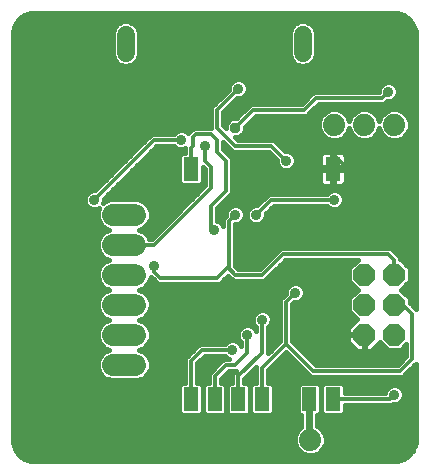
<source format=gbl>
G75*
G70*
%OFA0B0*%
%FSLAX24Y24*%
%IPPOS*%
%LPD*%
%AMOC8*
5,1,8,0,0,1.08239X$1,22.5*
%
%ADD10OC8,0.0740*%
%ADD11C,0.0740*%
%ADD12C,0.0740*%
%ADD13C,0.0600*%
%ADD14R,0.0500X0.0787*%
%ADD15C,0.0357*%
%ADD16C,0.0120*%
%ADD17C,0.0160*%
%ADD18C,0.0360*%
%ADD19OC8,0.0357*%
%ADD20C,0.0240*%
D10*
X013180Y012840D03*
X013180Y013840D03*
X013180Y014840D03*
X014180Y014840D03*
X014180Y013840D03*
X014180Y012840D03*
D11*
X011380Y009340D03*
X012180Y019840D03*
X013180Y019840D03*
X014180Y019840D03*
D12*
X005550Y016840D02*
X004810Y016840D01*
X004810Y015840D02*
X005550Y015840D01*
X005550Y014840D02*
X004810Y014840D01*
X004810Y013840D02*
X005550Y013840D01*
X005550Y012840D02*
X004810Y012840D01*
X004810Y011840D02*
X005550Y011840D01*
D13*
X005230Y022240D02*
X005230Y022840D01*
X011130Y022840D02*
X011130Y022240D01*
D14*
X012136Y018368D03*
X007411Y018368D03*
X007411Y010690D03*
X008199Y010690D03*
X008986Y010690D03*
X009774Y010690D03*
X011349Y010690D03*
X012136Y010690D03*
D15*
X014180Y010840D03*
X010880Y014240D03*
X009780Y013340D03*
X009280Y012840D03*
X008780Y012340D03*
X009280Y015340D03*
X009580Y016840D03*
X008880Y016840D03*
X008180Y016340D03*
X006180Y015140D03*
X005880Y017840D03*
X007080Y019340D03*
X007880Y019140D03*
X008980Y021040D03*
X010680Y021340D03*
X010580Y018640D03*
X012180Y017340D03*
X014380Y017440D03*
X013180Y023040D03*
X004180Y017340D03*
D16*
X006180Y019340D01*
X007080Y019340D01*
X007480Y019440D02*
X007480Y019140D01*
X007411Y019071D01*
X007411Y018368D01*
X007880Y018640D02*
X007880Y019140D01*
X008080Y019540D02*
X007580Y019540D01*
X007480Y019440D01*
X007880Y018640D02*
X008080Y018440D01*
X008080Y017740D01*
X006180Y015840D01*
X005180Y015840D01*
X006180Y015140D02*
X006180Y014940D01*
X006380Y014740D01*
X008280Y014740D01*
X008630Y015090D01*
X008880Y014840D01*
X009780Y014840D01*
X010480Y015540D01*
X013980Y015540D01*
X014180Y015340D01*
X014180Y014840D01*
X014180Y013840D02*
X014480Y013840D01*
X014780Y013540D01*
X014780Y012040D01*
X014380Y011640D01*
X011480Y011640D01*
X010580Y012540D01*
X010580Y013940D01*
X010880Y014240D01*
X011380Y014640D02*
X011480Y014640D01*
X011680Y014840D01*
X012180Y017340D02*
X010080Y017340D01*
X009580Y016840D01*
X008880Y016840D02*
X008680Y016640D01*
X008680Y015140D01*
X008630Y015090D01*
X008180Y016340D02*
X008080Y016440D01*
X008080Y017140D01*
X008580Y017640D01*
X008580Y018640D01*
X008280Y018940D01*
X008280Y019340D01*
X008080Y019540D01*
X008280Y019740D02*
X008280Y020340D01*
X008980Y021040D01*
X009480Y020340D02*
X008880Y019740D01*
X008880Y019140D02*
X008280Y019740D01*
X008880Y019140D02*
X010080Y019140D01*
X010580Y018640D01*
X011180Y020340D02*
X009480Y020340D01*
X010680Y021340D02*
X011180Y021340D01*
X011580Y020740D02*
X013780Y020740D01*
X013980Y020940D01*
X013180Y023040D02*
X012680Y022840D01*
X011580Y020740D02*
X011180Y020340D01*
X012180Y018840D02*
X012580Y018440D01*
X013980Y017440D02*
X014080Y017340D01*
X014180Y017340D01*
X014380Y017440D01*
X010580Y012540D02*
X009774Y011734D01*
X009774Y010690D01*
X008986Y010690D02*
X008986Y011446D01*
X009780Y012240D01*
X009780Y013340D01*
X009280Y012840D02*
X009280Y012240D01*
X008880Y011840D01*
X008580Y011840D01*
X008199Y011459D01*
X008199Y010690D01*
X007411Y010690D02*
X007411Y011971D01*
X007780Y012340D01*
X008780Y012340D01*
X008180Y016340D02*
X008211Y016371D01*
X006180Y017340D02*
X005980Y017540D01*
X005880Y017840D01*
X012136Y010690D02*
X014030Y010690D01*
X014180Y010840D01*
D17*
X002067Y008629D02*
X001853Y008698D01*
X001671Y008831D01*
X001538Y009013D01*
X001469Y009227D01*
X001460Y009340D01*
X001460Y022840D01*
X001469Y022953D01*
X001538Y023167D01*
X001671Y023349D01*
X001853Y023482D01*
X002067Y023551D01*
X002180Y023560D01*
X014180Y023560D01*
X014293Y023551D01*
X014507Y023482D01*
X014689Y023349D01*
X014822Y023167D01*
X014891Y022953D01*
X014900Y022840D01*
X014900Y013703D01*
X014863Y013740D01*
X014690Y013913D01*
X014690Y014051D01*
X014401Y014340D01*
X014690Y014629D01*
X014690Y015051D01*
X014391Y015350D01*
X014380Y015350D01*
X014380Y015423D01*
X014180Y015623D01*
X014063Y015740D01*
X010397Y015740D01*
X009697Y015040D01*
X008963Y015040D01*
X008880Y015123D01*
X008880Y016522D01*
X008943Y016522D01*
X009060Y016570D01*
X009150Y016660D01*
X009198Y016777D01*
X009198Y016903D01*
X009150Y017020D01*
X009060Y017110D01*
X008943Y017158D01*
X008817Y017158D01*
X008700Y017110D01*
X008610Y017020D01*
X008562Y016903D01*
X008562Y016804D01*
X008480Y016723D01*
X008480Y016448D01*
X008450Y016520D01*
X008360Y016610D01*
X008280Y016643D01*
X008280Y017057D01*
X008780Y017557D01*
X008780Y018723D01*
X008480Y019023D01*
X008480Y019257D01*
X008797Y018940D01*
X009997Y018940D01*
X010262Y018676D01*
X010262Y018577D01*
X010310Y018460D01*
X010400Y018370D01*
X010517Y018322D01*
X010643Y018322D01*
X010760Y018370D01*
X010850Y018460D01*
X010898Y018577D01*
X010898Y018703D01*
X010850Y018820D01*
X010760Y018910D01*
X010643Y018958D01*
X010544Y018958D01*
X010163Y019340D01*
X008963Y019340D01*
X008881Y019422D01*
X009012Y019422D01*
X009198Y019608D01*
X009198Y019776D01*
X009563Y020140D01*
X011263Y020140D01*
X011380Y020257D01*
X011663Y020540D01*
X013863Y020540D01*
X013943Y020620D01*
X014044Y020620D01*
X014161Y020669D01*
X014251Y020759D01*
X014300Y020876D01*
X014300Y021004D01*
X014251Y021121D01*
X014161Y021211D01*
X014044Y021260D01*
X013916Y021260D01*
X013799Y021211D01*
X013709Y021121D01*
X013660Y021004D01*
X013660Y020940D01*
X011497Y020940D01*
X011380Y020823D01*
X011380Y020823D01*
X011097Y020540D01*
X009397Y020540D01*
X008916Y020058D01*
X008748Y020058D01*
X008562Y019872D01*
X008562Y019741D01*
X008480Y019823D01*
X008480Y020257D01*
X008944Y020722D01*
X009043Y020722D01*
X009160Y020770D01*
X009250Y020860D01*
X009298Y020977D01*
X009298Y021103D01*
X009250Y021220D01*
X009160Y021310D01*
X009043Y021358D01*
X008917Y021358D01*
X008800Y021310D01*
X008710Y021220D01*
X008662Y021103D01*
X008662Y021004D01*
X008080Y020423D01*
X008080Y019740D01*
X007497Y019740D01*
X007380Y019623D01*
X007314Y019557D01*
X007260Y019610D01*
X007143Y019658D01*
X007017Y019658D01*
X006900Y019610D01*
X006830Y019540D01*
X006097Y019540D01*
X005980Y019423D01*
X004216Y017658D01*
X004117Y017658D01*
X004000Y017610D01*
X003910Y017520D01*
X003862Y017403D01*
X003862Y017277D01*
X003910Y017160D01*
X004000Y017070D01*
X004117Y017022D01*
X004243Y017022D01*
X004352Y017067D01*
X004300Y016941D01*
X004300Y016739D01*
X004378Y016551D01*
X004521Y016408D01*
X004684Y016340D01*
X004521Y016272D01*
X004378Y016129D01*
X004300Y015941D01*
X004300Y015739D01*
X004378Y015551D01*
X004521Y015408D01*
X004684Y015340D01*
X004521Y015272D01*
X004378Y015129D01*
X004300Y014941D01*
X004300Y014739D01*
X004378Y014551D01*
X004521Y014408D01*
X004684Y014340D01*
X004521Y014272D01*
X004378Y014129D01*
X004300Y013941D01*
X004300Y013739D01*
X004378Y013551D01*
X004521Y013408D01*
X004684Y013340D01*
X004521Y013272D01*
X004378Y013129D01*
X004300Y012941D01*
X004300Y012739D01*
X004378Y012551D01*
X004521Y012408D01*
X004684Y012340D01*
X004521Y012272D01*
X004378Y012129D01*
X004300Y011941D01*
X004300Y011739D01*
X004378Y011551D01*
X004521Y011408D01*
X004709Y011330D01*
X005651Y011330D01*
X005839Y011408D01*
X005982Y011551D01*
X006060Y011739D01*
X006060Y011941D01*
X005982Y012129D01*
X005839Y012272D01*
X005676Y012340D01*
X005839Y012408D01*
X005982Y012551D01*
X006060Y012739D01*
X006060Y012941D01*
X005982Y013129D01*
X005839Y013272D01*
X005676Y013340D01*
X005839Y013408D01*
X005982Y013551D01*
X006060Y013739D01*
X006060Y013941D01*
X005982Y014129D01*
X005839Y014272D01*
X005676Y014340D01*
X005839Y014408D01*
X005982Y014551D01*
X006060Y014739D01*
X006060Y014777D01*
X006297Y014540D01*
X008363Y014540D01*
X008630Y014807D01*
X008797Y014640D01*
X009863Y014640D01*
X009980Y014757D01*
X010563Y015340D01*
X012959Y015340D01*
X012670Y015051D01*
X012670Y014629D01*
X012959Y014340D01*
X012670Y014051D01*
X012670Y013629D01*
X012930Y013368D01*
X012630Y013068D01*
X012630Y012860D01*
X013160Y012860D01*
X013160Y012820D01*
X013200Y012820D01*
X013200Y012290D01*
X013408Y012290D01*
X013708Y012590D01*
X013969Y012330D01*
X014391Y012330D01*
X014580Y012519D01*
X014580Y012123D01*
X014297Y011840D01*
X011563Y011840D01*
X010780Y012623D01*
X010780Y013857D01*
X010844Y013922D01*
X010943Y013922D01*
X011060Y013970D01*
X011150Y014060D01*
X011198Y014177D01*
X011198Y014303D01*
X011150Y014420D01*
X011060Y014510D01*
X010943Y014558D01*
X010817Y014558D01*
X010700Y014510D01*
X010610Y014420D01*
X010562Y014303D01*
X010562Y014204D01*
X010497Y014140D01*
X010380Y014023D01*
X010380Y012623D01*
X009980Y012223D01*
X009980Y013090D01*
X010050Y013160D01*
X010098Y013277D01*
X010098Y013403D01*
X010050Y013520D01*
X009960Y013610D01*
X009843Y013658D01*
X009717Y013658D01*
X009600Y013610D01*
X009510Y013520D01*
X009462Y013403D01*
X009462Y013277D01*
X009510Y013160D01*
X009580Y013090D01*
X009580Y012948D01*
X009550Y013020D01*
X009460Y013110D01*
X009343Y013158D01*
X009217Y013158D01*
X009100Y013110D01*
X009010Y013020D01*
X008962Y012903D01*
X008962Y012777D01*
X009010Y012660D01*
X009080Y012590D01*
X009080Y012448D01*
X009050Y012520D01*
X008960Y012610D01*
X008843Y012658D01*
X008717Y012658D01*
X008600Y012610D01*
X008530Y012540D01*
X007697Y012540D01*
X007580Y012423D01*
X007211Y012054D01*
X007211Y011224D01*
X007104Y011224D01*
X007021Y011142D01*
X007021Y010239D01*
X007104Y010157D01*
X007719Y010157D01*
X007801Y010239D01*
X007801Y011142D01*
X007719Y011224D01*
X007611Y011224D01*
X007611Y011889D01*
X007863Y012140D01*
X008530Y012140D01*
X008600Y012070D01*
X008672Y012040D01*
X008497Y012040D01*
X008380Y011923D01*
X007999Y011542D01*
X007999Y011224D01*
X007891Y011224D01*
X007809Y011142D01*
X007809Y010239D01*
X007891Y010157D01*
X008507Y010157D01*
X008589Y010239D01*
X008589Y011142D01*
X008507Y011224D01*
X008399Y011224D01*
X008399Y011376D01*
X008663Y011640D01*
X008897Y011640D01*
X008786Y011529D01*
X008786Y011224D01*
X008678Y011224D01*
X008596Y011142D01*
X008596Y010239D01*
X008678Y010157D01*
X009294Y010157D01*
X009376Y010239D01*
X009376Y011142D01*
X009294Y011224D01*
X009186Y011224D01*
X009186Y011363D01*
X009574Y011751D01*
X009574Y011224D01*
X009466Y011224D01*
X009384Y011142D01*
X009384Y010239D01*
X009466Y010157D01*
X010082Y010157D01*
X010164Y010239D01*
X010164Y011142D01*
X010082Y011224D01*
X009974Y011224D01*
X009974Y011651D01*
X010580Y012257D01*
X011397Y011440D01*
X014463Y011440D01*
X014580Y011557D01*
X014900Y011877D01*
X014900Y009340D01*
X014891Y009227D01*
X014822Y009013D01*
X014689Y008831D01*
X014507Y008698D01*
X014293Y008629D01*
X014180Y008620D01*
X002180Y008620D01*
X002067Y008629D01*
X001981Y008657D02*
X014379Y008657D01*
X014668Y008816D02*
X001692Y008816D01*
X001567Y008974D02*
X011025Y008974D01*
X011091Y008908D02*
X010948Y009051D01*
X010870Y009239D01*
X010870Y009441D01*
X010948Y009629D01*
X011089Y009770D01*
X011089Y010157D01*
X011041Y010157D01*
X010959Y010239D01*
X010959Y011142D01*
X011041Y011224D01*
X011656Y011224D01*
X011739Y011142D01*
X011739Y010239D01*
X011656Y010157D01*
X011609Y010157D01*
X011609Y009797D01*
X011669Y009772D01*
X011812Y009629D01*
X011890Y009441D01*
X011890Y009239D01*
X011812Y009051D01*
X011669Y008908D01*
X011481Y008830D01*
X011279Y008830D01*
X011091Y008908D01*
X010914Y009133D02*
X001500Y009133D01*
X001464Y009291D02*
X010870Y009291D01*
X010873Y009450D02*
X001460Y009450D01*
X001460Y009608D02*
X010939Y009608D01*
X011085Y009767D02*
X001460Y009767D01*
X001460Y009925D02*
X011089Y009925D01*
X011089Y010084D02*
X001460Y010084D01*
X001460Y010242D02*
X007021Y010242D01*
X007021Y010401D02*
X001460Y010401D01*
X001460Y010559D02*
X007021Y010559D01*
X007021Y010718D02*
X001460Y010718D01*
X001460Y010876D02*
X007021Y010876D01*
X007021Y011035D02*
X001460Y011035D01*
X001460Y011193D02*
X007072Y011193D01*
X007211Y011352D02*
X005703Y011352D01*
X005941Y011510D02*
X007211Y011510D01*
X007211Y011669D02*
X006031Y011669D01*
X006060Y011827D02*
X007211Y011827D01*
X007211Y011986D02*
X006042Y011986D01*
X005967Y012144D02*
X007301Y012144D01*
X007460Y012303D02*
X005766Y012303D01*
X005892Y012461D02*
X007618Y012461D01*
X007708Y011986D02*
X008443Y011986D01*
X008284Y011827D02*
X007611Y011827D01*
X007611Y011669D02*
X008126Y011669D01*
X007999Y011510D02*
X007611Y011510D01*
X007611Y011352D02*
X007999Y011352D01*
X007860Y011193D02*
X007751Y011193D01*
X007801Y011035D02*
X007809Y011035D01*
X007801Y010876D02*
X007809Y010876D01*
X007801Y010718D02*
X007809Y010718D01*
X007801Y010559D02*
X007809Y010559D01*
X007801Y010401D02*
X007809Y010401D01*
X007801Y010242D02*
X007809Y010242D01*
X008589Y010242D02*
X008596Y010242D01*
X008589Y010401D02*
X008596Y010401D01*
X008589Y010559D02*
X008596Y010559D01*
X008589Y010718D02*
X008596Y010718D01*
X008589Y010876D02*
X008596Y010876D01*
X008589Y011035D02*
X008596Y011035D01*
X008647Y011193D02*
X008538Y011193D01*
X008399Y011352D02*
X008786Y011352D01*
X008786Y011510D02*
X008533Y011510D01*
X009075Y012461D02*
X009080Y012461D01*
X009050Y012620D02*
X008937Y012620D01*
X008962Y012778D02*
X006060Y012778D01*
X006060Y012937D02*
X008975Y012937D01*
X009085Y013095D02*
X005996Y013095D01*
X005858Y013254D02*
X009471Y013254D01*
X009465Y013412D02*
X005843Y013412D01*
X005990Y013571D02*
X009560Y013571D01*
X010000Y013571D02*
X010380Y013571D01*
X010380Y013729D02*
X006056Y013729D01*
X006060Y013888D02*
X010380Y013888D01*
X010403Y014046D02*
X006017Y014046D01*
X005907Y014205D02*
X010562Y014205D01*
X010586Y014363D02*
X005731Y014363D01*
X005953Y014522D02*
X010728Y014522D01*
X011032Y014522D02*
X012777Y014522D01*
X012670Y014680D02*
X009903Y014680D01*
X010061Y014839D02*
X012670Y014839D01*
X012670Y014997D02*
X010220Y014997D01*
X010378Y015156D02*
X012774Y015156D01*
X012933Y015314D02*
X010537Y015314D01*
X010288Y015631D02*
X008880Y015631D01*
X008880Y015473D02*
X010130Y015473D01*
X009971Y015314D02*
X008880Y015314D01*
X008880Y015156D02*
X009813Y015156D01*
X008880Y015790D02*
X014900Y015790D01*
X014900Y015948D02*
X008880Y015948D01*
X008880Y016107D02*
X014900Y016107D01*
X014900Y016265D02*
X008880Y016265D01*
X008880Y016424D02*
X014900Y016424D01*
X014900Y016582D02*
X009772Y016582D01*
X009760Y016570D02*
X009850Y016660D01*
X009898Y016777D01*
X009898Y016876D01*
X010163Y017140D01*
X011930Y017140D01*
X012000Y017070D01*
X012117Y017022D01*
X012243Y017022D01*
X012360Y017070D01*
X012450Y017160D01*
X012498Y017277D01*
X012498Y017403D01*
X012450Y017520D01*
X012360Y017610D01*
X012243Y017658D01*
X012117Y017658D01*
X012000Y017610D01*
X011930Y017540D01*
X009997Y017540D01*
X009616Y017158D01*
X009517Y017158D01*
X009400Y017110D01*
X009310Y017020D01*
X009262Y016903D01*
X009262Y016777D01*
X009310Y016660D01*
X009400Y016570D01*
X009517Y016522D01*
X009643Y016522D01*
X009760Y016570D01*
X009883Y016741D02*
X014900Y016741D01*
X014900Y016899D02*
X009922Y016899D01*
X010080Y017058D02*
X012030Y017058D01*
X012330Y017058D02*
X014900Y017058D01*
X014900Y017216D02*
X012473Y017216D01*
X012498Y017375D02*
X014900Y017375D01*
X014900Y017533D02*
X012437Y017533D01*
X012410Y017794D02*
X012181Y017794D01*
X012181Y018323D01*
X012181Y018413D01*
X012091Y018413D01*
X012091Y018941D01*
X011862Y018941D01*
X011816Y018929D01*
X011775Y018905D01*
X011742Y018872D01*
X011718Y018831D01*
X011706Y018785D01*
X011706Y018413D01*
X012091Y018413D01*
X012091Y018323D01*
X011706Y018323D01*
X011706Y017950D01*
X011718Y017904D01*
X011742Y017863D01*
X011775Y017830D01*
X011816Y017806D01*
X011862Y017794D01*
X012091Y017794D01*
X012091Y018323D01*
X012181Y018323D01*
X012566Y018323D01*
X012566Y017950D01*
X012554Y017904D01*
X012530Y017863D01*
X012496Y017830D01*
X012455Y017806D01*
X012410Y017794D01*
X012517Y017850D02*
X014900Y017850D01*
X014900Y017692D02*
X008780Y017692D01*
X008780Y017850D02*
X011755Y017850D01*
X011706Y018009D02*
X008780Y018009D01*
X008780Y018167D02*
X011706Y018167D01*
X011706Y018484D02*
X010860Y018484D01*
X010898Y018643D02*
X011706Y018643D01*
X011710Y018801D02*
X010858Y018801D01*
X010543Y018960D02*
X014900Y018960D01*
X014900Y019118D02*
X010385Y019118D01*
X010226Y019277D02*
X014900Y019277D01*
X014900Y019435D02*
X014496Y019435D01*
X014469Y019408D02*
X014612Y019551D01*
X014690Y019739D01*
X014690Y019941D01*
X014612Y020129D01*
X014469Y020272D01*
X014281Y020350D01*
X014079Y020350D01*
X013891Y020272D01*
X013748Y020129D01*
X013680Y019966D01*
X013612Y020129D01*
X013469Y020272D01*
X013281Y020350D01*
X013079Y020350D01*
X012891Y020272D01*
X012748Y020129D01*
X012680Y019966D01*
X012612Y020129D01*
X012469Y020272D01*
X012281Y020350D01*
X012079Y020350D01*
X011891Y020272D01*
X011748Y020129D01*
X011670Y019941D01*
X011670Y019739D01*
X011748Y019551D01*
X011891Y019408D01*
X012079Y019330D01*
X012281Y019330D01*
X012469Y019408D01*
X012612Y019551D01*
X012680Y019714D01*
X012748Y019551D01*
X012891Y019408D01*
X013079Y019330D01*
X013281Y019330D01*
X013469Y019408D01*
X013612Y019551D01*
X013680Y019714D01*
X013748Y019551D01*
X013891Y019408D01*
X014079Y019330D01*
X014281Y019330D01*
X014469Y019408D01*
X014630Y019594D02*
X014900Y019594D01*
X014900Y019752D02*
X014690Y019752D01*
X014690Y019911D02*
X014900Y019911D01*
X014900Y020069D02*
X014637Y020069D01*
X014514Y020228D02*
X014900Y020228D01*
X014900Y020386D02*
X011509Y020386D01*
X011350Y020228D02*
X011846Y020228D01*
X011723Y020069D02*
X009492Y020069D01*
X009333Y019911D02*
X011670Y019911D01*
X011670Y019752D02*
X009198Y019752D01*
X009184Y019594D02*
X011730Y019594D01*
X011864Y019435D02*
X009025Y019435D01*
X008619Y019118D02*
X008480Y019118D01*
X008543Y018960D02*
X008778Y018960D01*
X008702Y018801D02*
X010136Y018801D01*
X010262Y018643D02*
X008780Y018643D01*
X008780Y018484D02*
X010300Y018484D01*
X010507Y018326D02*
X008780Y018326D01*
X008756Y017533D02*
X009990Y017533D01*
X009832Y017375D02*
X008597Y017375D01*
X008439Y017216D02*
X009673Y017216D01*
X009347Y017058D02*
X009113Y017058D01*
X009198Y016899D02*
X009262Y016899D01*
X009277Y016741D02*
X009183Y016741D01*
X009072Y016582D02*
X009388Y016582D01*
X008647Y017058D02*
X008280Y017058D01*
X008280Y016899D02*
X008562Y016899D01*
X008498Y016741D02*
X008280Y016741D01*
X008388Y016582D02*
X008480Y016582D01*
X007590Y017533D02*
X004656Y017533D01*
X004709Y017350D02*
X004521Y017272D01*
X004479Y017231D01*
X004498Y017277D01*
X004498Y017376D01*
X006263Y019140D01*
X006830Y019140D01*
X006900Y019070D01*
X007017Y019022D01*
X007143Y019022D01*
X007211Y019050D01*
X007211Y018901D01*
X007104Y018901D01*
X007021Y018819D01*
X007021Y017916D01*
X007104Y017834D01*
X007719Y017834D01*
X007801Y017916D01*
X007801Y018436D01*
X007880Y018357D01*
X007880Y017823D01*
X006097Y016040D01*
X006019Y016040D01*
X005982Y016129D01*
X005839Y016272D01*
X005676Y016340D01*
X005839Y016408D01*
X005982Y016551D01*
X006060Y016739D01*
X006060Y016941D01*
X005982Y017129D01*
X005839Y017272D01*
X005651Y017350D01*
X004709Y017350D01*
X004498Y017375D02*
X007432Y017375D01*
X007273Y017216D02*
X005895Y017216D01*
X006012Y017058D02*
X007115Y017058D01*
X006956Y016899D02*
X006060Y016899D01*
X006060Y016741D02*
X006798Y016741D01*
X006639Y016582D02*
X005995Y016582D01*
X005855Y016424D02*
X006481Y016424D01*
X006322Y016265D02*
X005846Y016265D01*
X005992Y016107D02*
X006164Y016107D01*
X006157Y014680D02*
X006036Y014680D01*
X004629Y014363D02*
X001460Y014363D01*
X001460Y014205D02*
X004453Y014205D01*
X004343Y014046D02*
X001460Y014046D01*
X001460Y013888D02*
X004300Y013888D01*
X004304Y013729D02*
X001460Y013729D01*
X001460Y013571D02*
X004370Y013571D01*
X004517Y013412D02*
X001460Y013412D01*
X001460Y013254D02*
X004502Y013254D01*
X004364Y013095D02*
X001460Y013095D01*
X001460Y012937D02*
X004300Y012937D01*
X004300Y012778D02*
X001460Y012778D01*
X001460Y012620D02*
X004349Y012620D01*
X004468Y012461D02*
X001460Y012461D01*
X001460Y012303D02*
X004594Y012303D01*
X004393Y012144D02*
X001460Y012144D01*
X001460Y011986D02*
X004318Y011986D01*
X004300Y011827D02*
X001460Y011827D01*
X001460Y011669D02*
X004329Y011669D01*
X004419Y011510D02*
X001460Y011510D01*
X001460Y011352D02*
X004657Y011352D01*
X006011Y012620D02*
X008623Y012620D01*
X009475Y013095D02*
X009575Y013095D01*
X009985Y013095D02*
X010380Y013095D01*
X010380Y012937D02*
X009980Y012937D01*
X009980Y012778D02*
X010380Y012778D01*
X010377Y012620D02*
X009980Y012620D01*
X009980Y012461D02*
X010218Y012461D01*
X010060Y012303D02*
X009980Y012303D01*
X010308Y011986D02*
X010852Y011986D01*
X010693Y012144D02*
X010467Y012144D01*
X010150Y011827D02*
X011010Y011827D01*
X011169Y011669D02*
X009991Y011669D01*
X009974Y011510D02*
X011327Y011510D01*
X011417Y011986D02*
X014443Y011986D01*
X014580Y012144D02*
X011259Y012144D01*
X011100Y012303D02*
X012940Y012303D01*
X012952Y012290D02*
X013160Y012290D01*
X013160Y012820D01*
X012630Y012820D01*
X012630Y012612D01*
X012952Y012290D01*
X013160Y012303D02*
X013200Y012303D01*
X013200Y012461D02*
X013160Y012461D01*
X013160Y012620D02*
X013200Y012620D01*
X013200Y012778D02*
X013160Y012778D01*
X012781Y012461D02*
X010942Y012461D01*
X010783Y012620D02*
X012630Y012620D01*
X012630Y012778D02*
X010780Y012778D01*
X010780Y012937D02*
X012630Y012937D01*
X012657Y013095D02*
X010780Y013095D01*
X010780Y013254D02*
X012816Y013254D01*
X012887Y013412D02*
X010780Y013412D01*
X010780Y013571D02*
X012728Y013571D01*
X012670Y013729D02*
X010780Y013729D01*
X010810Y013888D02*
X012670Y013888D01*
X012670Y014046D02*
X011136Y014046D01*
X011198Y014205D02*
X012823Y014205D01*
X012936Y014363D02*
X011174Y014363D01*
X010380Y013412D02*
X010095Y013412D01*
X010089Y013254D02*
X010380Y013254D01*
X009574Y011669D02*
X009491Y011669D01*
X009574Y011510D02*
X009333Y011510D01*
X009186Y011352D02*
X009574Y011352D01*
X009435Y011193D02*
X009325Y011193D01*
X009376Y011035D02*
X009384Y011035D01*
X009376Y010876D02*
X009384Y010876D01*
X009376Y010718D02*
X009384Y010718D01*
X009376Y010559D02*
X009384Y010559D01*
X009376Y010401D02*
X009384Y010401D01*
X009376Y010242D02*
X009384Y010242D01*
X010164Y010242D02*
X010959Y010242D01*
X010959Y010401D02*
X010164Y010401D01*
X010164Y010559D02*
X010959Y010559D01*
X010959Y010718D02*
X010164Y010718D01*
X010164Y010876D02*
X010959Y010876D01*
X010959Y011035D02*
X010164Y011035D01*
X010113Y011193D02*
X011009Y011193D01*
X011688Y011193D02*
X011797Y011193D01*
X011828Y011224D02*
X011746Y011142D01*
X011746Y010239D01*
X011828Y010157D01*
X012444Y010157D01*
X012526Y010239D01*
X012526Y010490D01*
X014113Y010490D01*
X014144Y010522D01*
X014243Y010522D01*
X014360Y010570D01*
X014450Y010660D01*
X014498Y010777D01*
X014498Y010903D01*
X014450Y011020D01*
X014360Y011110D01*
X014243Y011158D01*
X014117Y011158D01*
X014000Y011110D01*
X013910Y011020D01*
X013862Y010903D01*
X013862Y010890D01*
X012526Y010890D01*
X012526Y011142D01*
X012444Y011224D01*
X011828Y011224D01*
X011746Y011035D02*
X011739Y011035D01*
X011739Y010876D02*
X011746Y010876D01*
X011739Y010718D02*
X011746Y010718D01*
X011739Y010559D02*
X011746Y010559D01*
X011739Y010401D02*
X011746Y010401D01*
X011739Y010242D02*
X011746Y010242D01*
X011609Y010084D02*
X014900Y010084D01*
X014900Y010242D02*
X012526Y010242D01*
X012526Y010401D02*
X014900Y010401D01*
X014900Y010559D02*
X014334Y010559D01*
X014474Y010718D02*
X014900Y010718D01*
X014900Y010876D02*
X014498Y010876D01*
X014436Y011035D02*
X014900Y011035D01*
X014900Y011193D02*
X012475Y011193D01*
X012526Y011035D02*
X013924Y011035D01*
X014533Y011510D02*
X014900Y011510D01*
X014900Y011352D02*
X009974Y011352D01*
X011609Y009925D02*
X014900Y009925D01*
X014900Y009767D02*
X011675Y009767D01*
X011821Y009608D02*
X014900Y009608D01*
X014900Y009450D02*
X011887Y009450D01*
X011890Y009291D02*
X014896Y009291D01*
X014860Y009133D02*
X011846Y009133D01*
X011735Y008974D02*
X014793Y008974D01*
X014691Y011669D02*
X014900Y011669D01*
X014900Y011827D02*
X014850Y011827D01*
X014580Y012303D02*
X013420Y012303D01*
X013579Y012461D02*
X013838Y012461D01*
X014522Y012461D02*
X014580Y012461D01*
X014874Y013729D02*
X014900Y013729D01*
X014900Y013888D02*
X014715Y013888D01*
X014690Y014046D02*
X014900Y014046D01*
X014900Y014205D02*
X014537Y014205D01*
X014424Y014363D02*
X014900Y014363D01*
X014900Y014522D02*
X014583Y014522D01*
X014690Y014680D02*
X014900Y014680D01*
X014900Y014839D02*
X014690Y014839D01*
X014690Y014997D02*
X014900Y014997D01*
X014900Y015156D02*
X014586Y015156D01*
X014427Y015314D02*
X014900Y015314D01*
X014900Y015473D02*
X014330Y015473D01*
X014172Y015631D02*
X014900Y015631D01*
X014900Y018009D02*
X012566Y018009D01*
X012566Y018167D02*
X014900Y018167D01*
X014900Y018326D02*
X012181Y018326D01*
X012181Y018413D02*
X012566Y018413D01*
X012566Y018785D01*
X012554Y018831D01*
X012530Y018872D01*
X012496Y018905D01*
X012455Y018929D01*
X012410Y018941D01*
X012181Y018941D01*
X012181Y018413D01*
X012181Y018484D02*
X012091Y018484D01*
X012091Y018326D02*
X010653Y018326D01*
X012091Y018167D02*
X012181Y018167D01*
X012181Y018009D02*
X012091Y018009D01*
X012091Y017850D02*
X012181Y017850D01*
X012566Y018484D02*
X014900Y018484D01*
X014900Y018643D02*
X012566Y018643D01*
X012562Y018801D02*
X014900Y018801D01*
X013864Y019435D02*
X013496Y019435D01*
X013630Y019594D02*
X013730Y019594D01*
X013723Y020069D02*
X013637Y020069D01*
X013514Y020228D02*
X013846Y020228D01*
X013867Y020545D02*
X014900Y020545D01*
X014900Y020703D02*
X014196Y020703D01*
X014294Y020862D02*
X014900Y020862D01*
X014900Y021020D02*
X014293Y021020D01*
X014194Y021179D02*
X014900Y021179D01*
X014900Y021337D02*
X009095Y021337D01*
X008865Y021337D02*
X001460Y021337D01*
X001460Y021179D02*
X008693Y021179D01*
X008662Y021020D02*
X001460Y021020D01*
X001460Y020862D02*
X008519Y020862D01*
X008360Y020703D02*
X001460Y020703D01*
X001460Y020545D02*
X008202Y020545D01*
X008080Y020386D02*
X001460Y020386D01*
X001460Y020228D02*
X008080Y020228D01*
X008080Y020069D02*
X001460Y020069D01*
X001460Y019911D02*
X008080Y019911D01*
X008080Y019752D02*
X001460Y019752D01*
X001460Y019594D02*
X006883Y019594D01*
X007277Y019594D02*
X007351Y019594D01*
X007211Y018960D02*
X006082Y018960D01*
X006241Y019118D02*
X006852Y019118D01*
X007021Y018801D02*
X005924Y018801D01*
X005765Y018643D02*
X007021Y018643D01*
X007021Y018484D02*
X005607Y018484D01*
X005448Y018326D02*
X007021Y018326D01*
X007021Y018167D02*
X005290Y018167D01*
X005131Y018009D02*
X007021Y018009D01*
X007087Y017850D02*
X004973Y017850D01*
X004814Y017692D02*
X007749Y017692D01*
X007736Y017850D02*
X007880Y017850D01*
X007880Y018009D02*
X007801Y018009D01*
X007801Y018167D02*
X007880Y018167D01*
X007880Y018326D02*
X007801Y018326D01*
X008551Y019752D02*
X008562Y019752D01*
X008600Y019911D02*
X008480Y019911D01*
X008480Y020069D02*
X008926Y020069D01*
X009085Y020228D02*
X008480Y020228D01*
X008609Y020386D02*
X009243Y020386D01*
X008926Y020703D02*
X011260Y020703D01*
X011102Y020545D02*
X008767Y020545D01*
X009251Y020862D02*
X011419Y020862D01*
X011218Y021800D02*
X011042Y021800D01*
X010881Y021867D01*
X010757Y021991D01*
X010690Y022152D01*
X010690Y022928D01*
X010757Y023089D01*
X010881Y023213D01*
X011042Y023280D01*
X011218Y023280D01*
X011379Y023213D01*
X011503Y023089D01*
X011570Y022928D01*
X011570Y022152D01*
X011503Y021991D01*
X011379Y021867D01*
X011218Y021800D01*
X011248Y021813D02*
X014900Y021813D01*
X014900Y021971D02*
X011483Y021971D01*
X011560Y022130D02*
X014900Y022130D01*
X014900Y022288D02*
X011570Y022288D01*
X011570Y022447D02*
X014900Y022447D01*
X014900Y022605D02*
X011570Y022605D01*
X011570Y022764D02*
X014900Y022764D01*
X014894Y022922D02*
X011570Y022922D01*
X011507Y023081D02*
X014850Y023081D01*
X014769Y023239D02*
X011316Y023239D01*
X010944Y023239D02*
X005416Y023239D01*
X005479Y023213D02*
X005318Y023280D01*
X005142Y023280D01*
X004981Y023213D01*
X004857Y023089D01*
X004790Y022928D01*
X004790Y022152D01*
X004857Y021991D01*
X004981Y021867D01*
X005142Y021800D01*
X005318Y021800D01*
X005479Y021867D01*
X005603Y021991D01*
X005670Y022152D01*
X005670Y022928D01*
X005603Y023089D01*
X005479Y023213D01*
X005607Y023081D02*
X010753Y023081D01*
X010690Y022922D02*
X005670Y022922D01*
X005670Y022764D02*
X010690Y022764D01*
X010690Y022605D02*
X005670Y022605D01*
X005670Y022447D02*
X010690Y022447D01*
X010690Y022288D02*
X005670Y022288D01*
X005660Y022130D02*
X010700Y022130D01*
X010777Y021971D02*
X005583Y021971D01*
X005348Y021813D02*
X011012Y021813D01*
X012514Y020228D02*
X012846Y020228D01*
X012723Y020069D02*
X012637Y020069D01*
X012630Y019594D02*
X012730Y019594D01*
X012864Y019435D02*
X012496Y019435D01*
X012181Y018801D02*
X012091Y018801D01*
X012091Y018643D02*
X012181Y018643D01*
X013667Y021020D02*
X009298Y021020D01*
X009267Y021179D02*
X013766Y021179D01*
X014900Y021496D02*
X001460Y021496D01*
X001460Y021654D02*
X014900Y021654D01*
X014622Y023398D02*
X001738Y023398D01*
X001591Y023239D02*
X005044Y023239D01*
X004853Y023081D02*
X001510Y023081D01*
X001466Y022922D02*
X004790Y022922D01*
X004790Y022764D02*
X001460Y022764D01*
X001460Y022605D02*
X004790Y022605D01*
X004790Y022447D02*
X001460Y022447D01*
X001460Y022288D02*
X004790Y022288D01*
X004800Y022130D02*
X001460Y022130D01*
X001460Y021971D02*
X004877Y021971D01*
X005112Y021813D02*
X001460Y021813D01*
X002129Y023556D02*
X014231Y023556D01*
X008757Y014680D02*
X008503Y014680D01*
X005517Y018960D02*
X001460Y018960D01*
X001460Y019118D02*
X005675Y019118D01*
X005834Y019277D02*
X001460Y019277D01*
X001460Y019435D02*
X005992Y019435D01*
X005358Y018801D02*
X001460Y018801D01*
X001460Y018643D02*
X005200Y018643D01*
X005041Y018484D02*
X001460Y018484D01*
X001460Y018326D02*
X004883Y018326D01*
X004724Y018167D02*
X001460Y018167D01*
X001460Y018009D02*
X004566Y018009D01*
X004407Y017850D02*
X001460Y017850D01*
X001460Y017692D02*
X004249Y017692D01*
X003923Y017533D02*
X001460Y017533D01*
X001460Y017375D02*
X003862Y017375D01*
X003887Y017216D02*
X001460Y017216D01*
X001460Y017058D02*
X004030Y017058D01*
X004330Y017058D02*
X004348Y017058D01*
X004300Y016899D02*
X001460Y016899D01*
X001460Y016741D02*
X004300Y016741D01*
X004365Y016582D02*
X001460Y016582D01*
X001460Y016424D02*
X004505Y016424D01*
X004514Y016265D02*
X001460Y016265D01*
X001460Y016107D02*
X004368Y016107D01*
X004303Y015948D02*
X001460Y015948D01*
X001460Y015790D02*
X004300Y015790D01*
X004345Y015631D02*
X001460Y015631D01*
X001460Y015473D02*
X004456Y015473D01*
X004622Y015314D02*
X001460Y015314D01*
X001460Y015156D02*
X004404Y015156D01*
X004323Y014997D02*
X001460Y014997D01*
X001460Y014839D02*
X004300Y014839D01*
X004324Y014680D02*
X001460Y014680D01*
X001460Y014522D02*
X004407Y014522D01*
D18*
X011380Y014640D03*
X013980Y020940D03*
D19*
X008880Y019740D03*
D20*
X011349Y010690D02*
X011349Y009371D01*
X011380Y009340D01*
M02*

</source>
